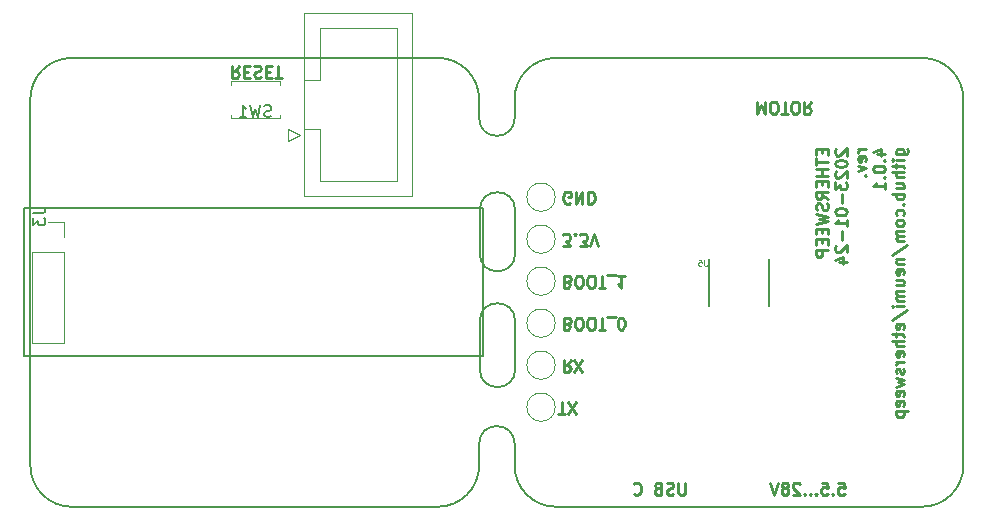
<source format=gbr>
%TF.GenerationSoftware,KiCad,Pcbnew,(6.0.1-0)*%
%TF.CreationDate,2023-01-25T00:15:57+01:00*%
%TF.ProjectId,ethersweep,65746865-7273-4776-9565-702e6b696361,2.0.1*%
%TF.SameCoordinates,Original*%
%TF.FileFunction,Legend,Bot*%
%TF.FilePolarity,Positive*%
%FSLAX46Y46*%
G04 Gerber Fmt 4.6, Leading zero omitted, Abs format (unit mm)*
G04 Created by KiCad (PCBNEW (6.0.1-0)) date 2023-01-25 00:15:57*
%MOMM*%
%LPD*%
G01*
G04 APERTURE LIST*
%TA.AperFunction,Profile*%
%ADD10C,0.150000*%
%TD*%
%ADD11C,0.150000*%
%ADD12C,0.250000*%
%ADD13C,0.125000*%
%ADD14C,0.120000*%
%ADD15C,0.127000*%
G04 APERTURE END LIST*
D10*
X187150000Y-39570000D02*
X187150000Y-43270000D01*
X184150000Y-43270000D02*
X184150000Y-39570000D01*
X184150000Y-53070000D02*
X184150000Y-48970000D01*
X187150000Y-48970000D02*
X187150000Y-53070000D01*
X187150000Y-39570000D02*
G75*
G03*
X184150000Y-39570000I-1500000J0D01*
G01*
X184150000Y-43270000D02*
G75*
G03*
X187150000Y-43270000I1500000J0D01*
G01*
X184150000Y-53070000D02*
G75*
G03*
X187150000Y-53070000I1500000J0D01*
G01*
X187150000Y-48970000D02*
G75*
G03*
X184150000Y-48970000I-1500000J0D01*
G01*
X184100000Y-31800000D02*
G75*
G03*
X187100000Y-31800000I1500000J0D01*
G01*
X187100000Y-59370000D02*
G75*
G03*
X184100000Y-59370000I-1500000J0D01*
G01*
D11*
X184400000Y-39400000D02*
X145600000Y-39400000D01*
X145600000Y-39400000D02*
X145600000Y-51900000D01*
X145600000Y-51900000D02*
X184400000Y-51900000D01*
X184400000Y-51900000D02*
X184400000Y-39400000D01*
D10*
X184100000Y-31800000D02*
X184100000Y-30200000D01*
X184100000Y-60700000D02*
X184100000Y-59400000D01*
X180600000Y-26700000D02*
X149600000Y-26700000D01*
X149600000Y-26700000D02*
G75*
G03*
X146100000Y-30200000I-1J-3499999D01*
G01*
X184100000Y-30200000D02*
G75*
G03*
X180600000Y-26700000I-3499999J1D01*
G01*
X180600000Y-64700000D02*
G75*
G03*
X184100000Y-61200000I1J3499999D01*
G01*
X146100000Y-30200000D02*
X146100000Y-61200000D01*
X149600000Y-64700000D02*
X180600000Y-64700000D01*
X146100000Y-61200000D02*
G75*
G03*
X149600000Y-64700000I3499999J-1D01*
G01*
X184100000Y-61200000D02*
X184100000Y-60700000D01*
X225100000Y-61200000D02*
X225100000Y-30200000D01*
X190600000Y-64700000D02*
X221600000Y-64700000D01*
X187100000Y-61200000D02*
G75*
G03*
X190600000Y-64700000I3499999J-1D01*
G01*
X221600000Y-64700000D02*
G75*
G03*
X225100000Y-61200000I1J3499999D01*
G01*
X190600000Y-26700000D02*
G75*
G03*
X187100000Y-30200000I-1J-3499999D01*
G01*
X190600000Y-26700000D02*
X221600000Y-26700000D01*
X187100000Y-30200000D02*
X187100000Y-30700000D01*
X187100000Y-61200000D02*
X187100000Y-59400000D01*
X187100000Y-31800000D02*
X187100000Y-30700000D01*
X225100000Y-30200000D02*
G75*
G03*
X221600000Y-26700000I-3499999J1D01*
G01*
D12*
X163771023Y-27365619D02*
X163437690Y-27841809D01*
X163199595Y-27365619D02*
X163199595Y-28365619D01*
X163580547Y-28365619D01*
X163675785Y-28318000D01*
X163723404Y-28270380D01*
X163771023Y-28175142D01*
X163771023Y-28032285D01*
X163723404Y-27937047D01*
X163675785Y-27889428D01*
X163580547Y-27841809D01*
X163199595Y-27841809D01*
X164199595Y-27889428D02*
X164532928Y-27889428D01*
X164675785Y-27365619D02*
X164199595Y-27365619D01*
X164199595Y-28365619D01*
X164675785Y-28365619D01*
X165056738Y-27413238D02*
X165199595Y-27365619D01*
X165437690Y-27365619D01*
X165532928Y-27413238D01*
X165580547Y-27460857D01*
X165628166Y-27556095D01*
X165628166Y-27651333D01*
X165580547Y-27746571D01*
X165532928Y-27794190D01*
X165437690Y-27841809D01*
X165247214Y-27889428D01*
X165151976Y-27937047D01*
X165104357Y-27984666D01*
X165056738Y-28079904D01*
X165056738Y-28175142D01*
X165104357Y-28270380D01*
X165151976Y-28318000D01*
X165247214Y-28365619D01*
X165485309Y-28365619D01*
X165628166Y-28318000D01*
X166056738Y-27889428D02*
X166390071Y-27889428D01*
X166532928Y-27365619D02*
X166056738Y-27365619D01*
X166056738Y-28365619D01*
X166532928Y-28365619D01*
X166818642Y-28365619D02*
X167390071Y-28365619D01*
X167104357Y-27365619D02*
X167104357Y-28365619D01*
X213101571Y-34441595D02*
X213101571Y-34774928D01*
X213625380Y-34917785D02*
X213625380Y-34441595D01*
X212625380Y-34441595D01*
X212625380Y-34917785D01*
X212625380Y-35203500D02*
X212625380Y-35774928D01*
X213625380Y-35489214D02*
X212625380Y-35489214D01*
X213625380Y-36108261D02*
X212625380Y-36108261D01*
X213101571Y-36108261D02*
X213101571Y-36679690D01*
X213625380Y-36679690D02*
X212625380Y-36679690D01*
X213101571Y-37155880D02*
X213101571Y-37489214D01*
X213625380Y-37632071D02*
X213625380Y-37155880D01*
X212625380Y-37155880D01*
X212625380Y-37632071D01*
X213625380Y-38632071D02*
X213149190Y-38298738D01*
X213625380Y-38060642D02*
X212625380Y-38060642D01*
X212625380Y-38441595D01*
X212673000Y-38536833D01*
X212720619Y-38584452D01*
X212815857Y-38632071D01*
X212958714Y-38632071D01*
X213053952Y-38584452D01*
X213101571Y-38536833D01*
X213149190Y-38441595D01*
X213149190Y-38060642D01*
X213577761Y-39013023D02*
X213625380Y-39155880D01*
X213625380Y-39393976D01*
X213577761Y-39489214D01*
X213530142Y-39536833D01*
X213434904Y-39584452D01*
X213339666Y-39584452D01*
X213244428Y-39536833D01*
X213196809Y-39489214D01*
X213149190Y-39393976D01*
X213101571Y-39203500D01*
X213053952Y-39108261D01*
X213006333Y-39060642D01*
X212911095Y-39013023D01*
X212815857Y-39013023D01*
X212720619Y-39060642D01*
X212673000Y-39108261D01*
X212625380Y-39203500D01*
X212625380Y-39441595D01*
X212673000Y-39584452D01*
X212625380Y-39917785D02*
X213625380Y-40155880D01*
X212911095Y-40346357D01*
X213625380Y-40536833D01*
X212625380Y-40774928D01*
X213101571Y-41155880D02*
X213101571Y-41489214D01*
X213625380Y-41632071D02*
X213625380Y-41155880D01*
X212625380Y-41155880D01*
X212625380Y-41632071D01*
X213101571Y-42060642D02*
X213101571Y-42393976D01*
X213625380Y-42536833D02*
X213625380Y-42060642D01*
X212625380Y-42060642D01*
X212625380Y-42536833D01*
X213625380Y-42965404D02*
X212625380Y-42965404D01*
X212625380Y-43346357D01*
X212673000Y-43441595D01*
X212720619Y-43489214D01*
X212815857Y-43536833D01*
X212958714Y-43536833D01*
X213053952Y-43489214D01*
X213101571Y-43441595D01*
X213149190Y-43346357D01*
X213149190Y-42965404D01*
X214330619Y-34393976D02*
X214283000Y-34441595D01*
X214235380Y-34536833D01*
X214235380Y-34774928D01*
X214283000Y-34870166D01*
X214330619Y-34917785D01*
X214425857Y-34965404D01*
X214521095Y-34965404D01*
X214663952Y-34917785D01*
X215235380Y-34346357D01*
X215235380Y-34965404D01*
X214235380Y-35584452D02*
X214235380Y-35679690D01*
X214283000Y-35774928D01*
X214330619Y-35822547D01*
X214425857Y-35870166D01*
X214616333Y-35917785D01*
X214854428Y-35917785D01*
X215044904Y-35870166D01*
X215140142Y-35822547D01*
X215187761Y-35774928D01*
X215235380Y-35679690D01*
X215235380Y-35584452D01*
X215187761Y-35489214D01*
X215140142Y-35441595D01*
X215044904Y-35393976D01*
X214854428Y-35346357D01*
X214616333Y-35346357D01*
X214425857Y-35393976D01*
X214330619Y-35441595D01*
X214283000Y-35489214D01*
X214235380Y-35584452D01*
X214330619Y-36298738D02*
X214283000Y-36346357D01*
X214235380Y-36441595D01*
X214235380Y-36679690D01*
X214283000Y-36774928D01*
X214330619Y-36822547D01*
X214425857Y-36870166D01*
X214521095Y-36870166D01*
X214663952Y-36822547D01*
X215235380Y-36251119D01*
X215235380Y-36870166D01*
X214235380Y-37203500D02*
X214235380Y-37822547D01*
X214616333Y-37489214D01*
X214616333Y-37632071D01*
X214663952Y-37727309D01*
X214711571Y-37774928D01*
X214806809Y-37822547D01*
X215044904Y-37822547D01*
X215140142Y-37774928D01*
X215187761Y-37727309D01*
X215235380Y-37632071D01*
X215235380Y-37346357D01*
X215187761Y-37251119D01*
X215140142Y-37203500D01*
X214854428Y-38251119D02*
X214854428Y-39013023D01*
X214235380Y-39679690D02*
X214235380Y-39774928D01*
X214283000Y-39870166D01*
X214330619Y-39917785D01*
X214425857Y-39965404D01*
X214616333Y-40013023D01*
X214854428Y-40013023D01*
X215044904Y-39965404D01*
X215140142Y-39917785D01*
X215187761Y-39870166D01*
X215235380Y-39774928D01*
X215235380Y-39679690D01*
X215187761Y-39584452D01*
X215140142Y-39536833D01*
X215044904Y-39489214D01*
X214854428Y-39441595D01*
X214616333Y-39441595D01*
X214425857Y-39489214D01*
X214330619Y-39536833D01*
X214283000Y-39584452D01*
X214235380Y-39679690D01*
X215235380Y-40965404D02*
X215235380Y-40393976D01*
X215235380Y-40679690D02*
X214235380Y-40679690D01*
X214378238Y-40584452D01*
X214473476Y-40489214D01*
X214521095Y-40393976D01*
X214854428Y-41393976D02*
X214854428Y-42155880D01*
X214330619Y-42584452D02*
X214283000Y-42632071D01*
X214235380Y-42727309D01*
X214235380Y-42965404D01*
X214283000Y-43060642D01*
X214330619Y-43108261D01*
X214425857Y-43155880D01*
X214521095Y-43155880D01*
X214663952Y-43108261D01*
X215235380Y-42536833D01*
X215235380Y-43155880D01*
X214568714Y-44013023D02*
X215235380Y-44013023D01*
X214187761Y-43774928D02*
X214902047Y-43536833D01*
X214902047Y-44155880D01*
X216845380Y-34441595D02*
X216178714Y-34441595D01*
X216369190Y-34441595D02*
X216273952Y-34489214D01*
X216226333Y-34536833D01*
X216178714Y-34632071D01*
X216178714Y-34727309D01*
X216797761Y-35441595D02*
X216845380Y-35346357D01*
X216845380Y-35155880D01*
X216797761Y-35060642D01*
X216702523Y-35013023D01*
X216321571Y-35013023D01*
X216226333Y-35060642D01*
X216178714Y-35155880D01*
X216178714Y-35346357D01*
X216226333Y-35441595D01*
X216321571Y-35489214D01*
X216416809Y-35489214D01*
X216512047Y-35013023D01*
X216178714Y-35822547D02*
X216845380Y-36060642D01*
X216178714Y-36298738D01*
X216750142Y-36679690D02*
X216797761Y-36727309D01*
X216845380Y-36679690D01*
X216797761Y-36632071D01*
X216750142Y-36679690D01*
X216845380Y-36679690D01*
X217788714Y-34870166D02*
X218455380Y-34870166D01*
X217407761Y-34632071D02*
X218122047Y-34393976D01*
X218122047Y-35013023D01*
X218360142Y-35393976D02*
X218407761Y-35441595D01*
X218455380Y-35393976D01*
X218407761Y-35346357D01*
X218360142Y-35393976D01*
X218455380Y-35393976D01*
X217455380Y-36060642D02*
X217455380Y-36155880D01*
X217503000Y-36251119D01*
X217550619Y-36298738D01*
X217645857Y-36346357D01*
X217836333Y-36393976D01*
X218074428Y-36393976D01*
X218264904Y-36346357D01*
X218360142Y-36298738D01*
X218407761Y-36251119D01*
X218455380Y-36155880D01*
X218455380Y-36060642D01*
X218407761Y-35965404D01*
X218360142Y-35917785D01*
X218264904Y-35870166D01*
X218074428Y-35822547D01*
X217836333Y-35822547D01*
X217645857Y-35870166D01*
X217550619Y-35917785D01*
X217503000Y-35965404D01*
X217455380Y-36060642D01*
X218360142Y-36822547D02*
X218407761Y-36870166D01*
X218455380Y-36822547D01*
X218407761Y-36774928D01*
X218360142Y-36822547D01*
X218455380Y-36822547D01*
X218455380Y-37822547D02*
X218455380Y-37251119D01*
X218455380Y-37536833D02*
X217455380Y-37536833D01*
X217598238Y-37441595D01*
X217693476Y-37346357D01*
X217741095Y-37251119D01*
X219398714Y-34870166D02*
X220208238Y-34870166D01*
X220303476Y-34822547D01*
X220351095Y-34774928D01*
X220398714Y-34679690D01*
X220398714Y-34536833D01*
X220351095Y-34441595D01*
X220017761Y-34870166D02*
X220065380Y-34774928D01*
X220065380Y-34584452D01*
X220017761Y-34489214D01*
X219970142Y-34441595D01*
X219874904Y-34393976D01*
X219589190Y-34393976D01*
X219493952Y-34441595D01*
X219446333Y-34489214D01*
X219398714Y-34584452D01*
X219398714Y-34774928D01*
X219446333Y-34870166D01*
X220065380Y-35346357D02*
X219398714Y-35346357D01*
X219065380Y-35346357D02*
X219113000Y-35298738D01*
X219160619Y-35346357D01*
X219113000Y-35393976D01*
X219065380Y-35346357D01*
X219160619Y-35346357D01*
X219398714Y-35679690D02*
X219398714Y-36060642D01*
X219065380Y-35822547D02*
X219922523Y-35822547D01*
X220017761Y-35870166D01*
X220065380Y-35965404D01*
X220065380Y-36060642D01*
X220065380Y-36393976D02*
X219065380Y-36393976D01*
X220065380Y-36822547D02*
X219541571Y-36822547D01*
X219446333Y-36774928D01*
X219398714Y-36679690D01*
X219398714Y-36536833D01*
X219446333Y-36441595D01*
X219493952Y-36393976D01*
X219398714Y-37727309D02*
X220065380Y-37727309D01*
X219398714Y-37298738D02*
X219922523Y-37298738D01*
X220017761Y-37346357D01*
X220065380Y-37441595D01*
X220065380Y-37584452D01*
X220017761Y-37679690D01*
X219970142Y-37727309D01*
X220065380Y-38203500D02*
X219065380Y-38203500D01*
X219446333Y-38203500D02*
X219398714Y-38298738D01*
X219398714Y-38489214D01*
X219446333Y-38584452D01*
X219493952Y-38632071D01*
X219589190Y-38679690D01*
X219874904Y-38679690D01*
X219970142Y-38632071D01*
X220017761Y-38584452D01*
X220065380Y-38489214D01*
X220065380Y-38298738D01*
X220017761Y-38203500D01*
X219970142Y-39108261D02*
X220017761Y-39155880D01*
X220065380Y-39108261D01*
X220017761Y-39060642D01*
X219970142Y-39108261D01*
X220065380Y-39108261D01*
X220017761Y-40013023D02*
X220065380Y-39917785D01*
X220065380Y-39727309D01*
X220017761Y-39632071D01*
X219970142Y-39584452D01*
X219874904Y-39536833D01*
X219589190Y-39536833D01*
X219493952Y-39584452D01*
X219446333Y-39632071D01*
X219398714Y-39727309D01*
X219398714Y-39917785D01*
X219446333Y-40013023D01*
X220065380Y-40584452D02*
X220017761Y-40489214D01*
X219970142Y-40441595D01*
X219874904Y-40393976D01*
X219589190Y-40393976D01*
X219493952Y-40441595D01*
X219446333Y-40489214D01*
X219398714Y-40584452D01*
X219398714Y-40727309D01*
X219446333Y-40822547D01*
X219493952Y-40870166D01*
X219589190Y-40917785D01*
X219874904Y-40917785D01*
X219970142Y-40870166D01*
X220017761Y-40822547D01*
X220065380Y-40727309D01*
X220065380Y-40584452D01*
X220065380Y-41346357D02*
X219398714Y-41346357D01*
X219493952Y-41346357D02*
X219446333Y-41393976D01*
X219398714Y-41489214D01*
X219398714Y-41632071D01*
X219446333Y-41727309D01*
X219541571Y-41774928D01*
X220065380Y-41774928D01*
X219541571Y-41774928D02*
X219446333Y-41822547D01*
X219398714Y-41917785D01*
X219398714Y-42060642D01*
X219446333Y-42155880D01*
X219541571Y-42203500D01*
X220065380Y-42203500D01*
X219017761Y-43393976D02*
X220303476Y-42536833D01*
X219398714Y-43727309D02*
X220065380Y-43727309D01*
X219493952Y-43727309D02*
X219446333Y-43774928D01*
X219398714Y-43870166D01*
X219398714Y-44013023D01*
X219446333Y-44108261D01*
X219541571Y-44155880D01*
X220065380Y-44155880D01*
X220017761Y-45013023D02*
X220065380Y-44917785D01*
X220065380Y-44727309D01*
X220017761Y-44632071D01*
X219922523Y-44584452D01*
X219541571Y-44584452D01*
X219446333Y-44632071D01*
X219398714Y-44727309D01*
X219398714Y-44917785D01*
X219446333Y-45013023D01*
X219541571Y-45060642D01*
X219636809Y-45060642D01*
X219732047Y-44584452D01*
X219398714Y-45917785D02*
X220065380Y-45917785D01*
X219398714Y-45489214D02*
X219922523Y-45489214D01*
X220017761Y-45536833D01*
X220065380Y-45632071D01*
X220065380Y-45774928D01*
X220017761Y-45870166D01*
X219970142Y-45917785D01*
X220065380Y-46393976D02*
X219398714Y-46393976D01*
X219493952Y-46393976D02*
X219446333Y-46441595D01*
X219398714Y-46536833D01*
X219398714Y-46679690D01*
X219446333Y-46774928D01*
X219541571Y-46822547D01*
X220065380Y-46822547D01*
X219541571Y-46822547D02*
X219446333Y-46870166D01*
X219398714Y-46965404D01*
X219398714Y-47108261D01*
X219446333Y-47203499D01*
X219541571Y-47251119D01*
X220065380Y-47251119D01*
X220065380Y-47727309D02*
X219398714Y-47727309D01*
X219065380Y-47727309D02*
X219113000Y-47679690D01*
X219160619Y-47727309D01*
X219113000Y-47774928D01*
X219065380Y-47727309D01*
X219160619Y-47727309D01*
X219017761Y-48917785D02*
X220303476Y-48060642D01*
X220017761Y-49632071D02*
X220065380Y-49536833D01*
X220065380Y-49346357D01*
X220017761Y-49251119D01*
X219922523Y-49203499D01*
X219541571Y-49203499D01*
X219446333Y-49251119D01*
X219398714Y-49346357D01*
X219398714Y-49536833D01*
X219446333Y-49632071D01*
X219541571Y-49679690D01*
X219636809Y-49679690D01*
X219732047Y-49203499D01*
X219398714Y-49965404D02*
X219398714Y-50346357D01*
X219065380Y-50108261D02*
X219922523Y-50108261D01*
X220017761Y-50155880D01*
X220065380Y-50251119D01*
X220065380Y-50346357D01*
X220065380Y-50679690D02*
X219065380Y-50679690D01*
X220065380Y-51108261D02*
X219541571Y-51108261D01*
X219446333Y-51060642D01*
X219398714Y-50965404D01*
X219398714Y-50822547D01*
X219446333Y-50727309D01*
X219493952Y-50679690D01*
X220017761Y-51965404D02*
X220065380Y-51870166D01*
X220065380Y-51679690D01*
X220017761Y-51584452D01*
X219922523Y-51536833D01*
X219541571Y-51536833D01*
X219446333Y-51584452D01*
X219398714Y-51679690D01*
X219398714Y-51870166D01*
X219446333Y-51965404D01*
X219541571Y-52013023D01*
X219636809Y-52013023D01*
X219732047Y-51536833D01*
X220065380Y-52441595D02*
X219398714Y-52441595D01*
X219589190Y-52441595D02*
X219493952Y-52489214D01*
X219446333Y-52536833D01*
X219398714Y-52632071D01*
X219398714Y-52727309D01*
X220017761Y-53013023D02*
X220065380Y-53108261D01*
X220065380Y-53298738D01*
X220017761Y-53393976D01*
X219922523Y-53441595D01*
X219874904Y-53441595D01*
X219779666Y-53393976D01*
X219732047Y-53298738D01*
X219732047Y-53155880D01*
X219684428Y-53060642D01*
X219589190Y-53013023D01*
X219541571Y-53013023D01*
X219446333Y-53060642D01*
X219398714Y-53155880D01*
X219398714Y-53298738D01*
X219446333Y-53393976D01*
X219398714Y-53774928D02*
X220065380Y-53965404D01*
X219589190Y-54155880D01*
X220065380Y-54346357D01*
X219398714Y-54536833D01*
X220017761Y-55298738D02*
X220065380Y-55203499D01*
X220065380Y-55013023D01*
X220017761Y-54917785D01*
X219922523Y-54870166D01*
X219541571Y-54870166D01*
X219446333Y-54917785D01*
X219398714Y-55013023D01*
X219398714Y-55203499D01*
X219446333Y-55298738D01*
X219541571Y-55346357D01*
X219636809Y-55346357D01*
X219732047Y-54870166D01*
X220017761Y-56155880D02*
X220065380Y-56060642D01*
X220065380Y-55870166D01*
X220017761Y-55774928D01*
X219922523Y-55727309D01*
X219541571Y-55727309D01*
X219446333Y-55774928D01*
X219398714Y-55870166D01*
X219398714Y-56060642D01*
X219446333Y-56155880D01*
X219541571Y-56203499D01*
X219636809Y-56203499D01*
X219732047Y-55727309D01*
X219398714Y-56632071D02*
X220398714Y-56632071D01*
X219446333Y-56632071D02*
X219398714Y-56727309D01*
X219398714Y-56917785D01*
X219446333Y-57013023D01*
X219493952Y-57060642D01*
X219589190Y-57108261D01*
X219874904Y-57108261D01*
X219970142Y-57060642D01*
X220017761Y-57013023D01*
X220065380Y-56917785D01*
X220065380Y-56727309D01*
X220017761Y-56632071D01*
X191171357Y-42589619D02*
X191790404Y-42589619D01*
X191457071Y-42208666D01*
X191599928Y-42208666D01*
X191695166Y-42161047D01*
X191742785Y-42113428D01*
X191790404Y-42018190D01*
X191790404Y-41780095D01*
X191742785Y-41684857D01*
X191695166Y-41637238D01*
X191599928Y-41589619D01*
X191314214Y-41589619D01*
X191218976Y-41637238D01*
X191171357Y-41684857D01*
X192218976Y-41684857D02*
X192266595Y-41637238D01*
X192218976Y-41589619D01*
X192171357Y-41637238D01*
X192218976Y-41684857D01*
X192218976Y-41589619D01*
X192599928Y-42589619D02*
X193218976Y-42589619D01*
X192885642Y-42208666D01*
X193028500Y-42208666D01*
X193123738Y-42161047D01*
X193171357Y-42113428D01*
X193218976Y-42018190D01*
X193218976Y-41780095D01*
X193171357Y-41684857D01*
X193123738Y-41637238D01*
X193028500Y-41589619D01*
X192742785Y-41589619D01*
X192647547Y-41637238D01*
X192599928Y-41684857D01*
X193504690Y-42589619D02*
X193838023Y-41589619D01*
X194171357Y-42589619D01*
X191599928Y-49225428D02*
X191742785Y-49177809D01*
X191790404Y-49130190D01*
X191838023Y-49034952D01*
X191838023Y-48892095D01*
X191790404Y-48796857D01*
X191742785Y-48749238D01*
X191647547Y-48701619D01*
X191266595Y-48701619D01*
X191266595Y-49701619D01*
X191599928Y-49701619D01*
X191695166Y-49654000D01*
X191742785Y-49606380D01*
X191790404Y-49511142D01*
X191790404Y-49415904D01*
X191742785Y-49320666D01*
X191695166Y-49273047D01*
X191599928Y-49225428D01*
X191266595Y-49225428D01*
X192457071Y-49701619D02*
X192647547Y-49701619D01*
X192742785Y-49654000D01*
X192838023Y-49558761D01*
X192885642Y-49368285D01*
X192885642Y-49034952D01*
X192838023Y-48844476D01*
X192742785Y-48749238D01*
X192647547Y-48701619D01*
X192457071Y-48701619D01*
X192361833Y-48749238D01*
X192266595Y-48844476D01*
X192218976Y-49034952D01*
X192218976Y-49368285D01*
X192266595Y-49558761D01*
X192361833Y-49654000D01*
X192457071Y-49701619D01*
X193504690Y-49701619D02*
X193695166Y-49701619D01*
X193790404Y-49654000D01*
X193885642Y-49558761D01*
X193933261Y-49368285D01*
X193933261Y-49034952D01*
X193885642Y-48844476D01*
X193790404Y-48749238D01*
X193695166Y-48701619D01*
X193504690Y-48701619D01*
X193409452Y-48749238D01*
X193314214Y-48844476D01*
X193266595Y-49034952D01*
X193266595Y-49368285D01*
X193314214Y-49558761D01*
X193409452Y-49654000D01*
X193504690Y-49701619D01*
X194218976Y-49701619D02*
X194790404Y-49701619D01*
X194504690Y-48701619D02*
X194504690Y-49701619D01*
X194885642Y-48606380D02*
X195647547Y-48606380D01*
X196076119Y-49701619D02*
X196171357Y-49701619D01*
X196266595Y-49654000D01*
X196314214Y-49606380D01*
X196361833Y-49511142D01*
X196409452Y-49320666D01*
X196409452Y-49082571D01*
X196361833Y-48892095D01*
X196314214Y-48796857D01*
X196266595Y-48749238D01*
X196171357Y-48701619D01*
X196076119Y-48701619D01*
X195980880Y-48749238D01*
X195933261Y-48796857D01*
X195885642Y-48892095D01*
X195838023Y-49082571D01*
X195838023Y-49320666D01*
X195885642Y-49511142D01*
X195933261Y-49606380D01*
X195980880Y-49654000D01*
X196076119Y-49701619D01*
X201539804Y-62677980D02*
X201539804Y-63487504D01*
X201492185Y-63582742D01*
X201444566Y-63630361D01*
X201349328Y-63677980D01*
X201158852Y-63677980D01*
X201063614Y-63630361D01*
X201015995Y-63582742D01*
X200968376Y-63487504D01*
X200968376Y-62677980D01*
X200539804Y-63630361D02*
X200396947Y-63677980D01*
X200158852Y-63677980D01*
X200063614Y-63630361D01*
X200015995Y-63582742D01*
X199968376Y-63487504D01*
X199968376Y-63392266D01*
X200015995Y-63297028D01*
X200063614Y-63249409D01*
X200158852Y-63201790D01*
X200349328Y-63154171D01*
X200444566Y-63106552D01*
X200492185Y-63058933D01*
X200539804Y-62963695D01*
X200539804Y-62868457D01*
X200492185Y-62773219D01*
X200444566Y-62725600D01*
X200349328Y-62677980D01*
X200111233Y-62677980D01*
X199968376Y-62725600D01*
X199206471Y-63154171D02*
X199063614Y-63201790D01*
X199015995Y-63249409D01*
X198968376Y-63344647D01*
X198968376Y-63487504D01*
X199015995Y-63582742D01*
X199063614Y-63630361D01*
X199158852Y-63677980D01*
X199539804Y-63677980D01*
X199539804Y-62677980D01*
X199206471Y-62677980D01*
X199111233Y-62725600D01*
X199063614Y-62773219D01*
X199015995Y-62868457D01*
X199015995Y-62963695D01*
X199063614Y-63058933D01*
X199111233Y-63106552D01*
X199206471Y-63154171D01*
X199539804Y-63154171D01*
X197206471Y-63582742D02*
X197254090Y-63630361D01*
X197396947Y-63677980D01*
X197492185Y-63677980D01*
X197635042Y-63630361D01*
X197730280Y-63535123D01*
X197777900Y-63439885D01*
X197825519Y-63249409D01*
X197825519Y-63106552D01*
X197777900Y-62916076D01*
X197730280Y-62820838D01*
X197635042Y-62725600D01*
X197492185Y-62677980D01*
X197396947Y-62677980D01*
X197254090Y-62725600D01*
X197206471Y-62773219D01*
X207624195Y-30413619D02*
X207624195Y-31413619D01*
X207957528Y-30699333D01*
X208290861Y-31413619D01*
X208290861Y-30413619D01*
X208957528Y-31413619D02*
X209148004Y-31413619D01*
X209243242Y-31366000D01*
X209338480Y-31270761D01*
X209386100Y-31080285D01*
X209386100Y-30746952D01*
X209338480Y-30556476D01*
X209243242Y-30461238D01*
X209148004Y-30413619D01*
X208957528Y-30413619D01*
X208862290Y-30461238D01*
X208767052Y-30556476D01*
X208719433Y-30746952D01*
X208719433Y-31080285D01*
X208767052Y-31270761D01*
X208862290Y-31366000D01*
X208957528Y-31413619D01*
X209671814Y-31413619D02*
X210243242Y-31413619D01*
X209957528Y-30413619D02*
X209957528Y-31413619D01*
X210767052Y-31413619D02*
X210957528Y-31413619D01*
X211052766Y-31366000D01*
X211148004Y-31270761D01*
X211195623Y-31080285D01*
X211195623Y-30746952D01*
X211148004Y-30556476D01*
X211052766Y-30461238D01*
X210957528Y-30413619D01*
X210767052Y-30413619D01*
X210671814Y-30461238D01*
X210576576Y-30556476D01*
X210528957Y-30746952D01*
X210528957Y-31080285D01*
X210576576Y-31270761D01*
X210671814Y-31366000D01*
X210767052Y-31413619D01*
X212195623Y-30413619D02*
X211862290Y-30889809D01*
X211624195Y-30413619D02*
X211624195Y-31413619D01*
X212005147Y-31413619D01*
X212100385Y-31366000D01*
X212148004Y-31318380D01*
X212195623Y-31223142D01*
X212195623Y-31080285D01*
X212148004Y-30985047D01*
X212100385Y-30937428D01*
X212005147Y-30889809D01*
X211624195Y-30889809D01*
X190799738Y-56813619D02*
X191371166Y-56813619D01*
X191085452Y-55813619D02*
X191085452Y-56813619D01*
X191609261Y-56813619D02*
X192275928Y-55813619D01*
X192275928Y-56813619D02*
X191609261Y-55813619D01*
X191790404Y-38986000D02*
X191695166Y-39033619D01*
X191552309Y-39033619D01*
X191409452Y-38986000D01*
X191314214Y-38890761D01*
X191266595Y-38795523D01*
X191218976Y-38605047D01*
X191218976Y-38462190D01*
X191266595Y-38271714D01*
X191314214Y-38176476D01*
X191409452Y-38081238D01*
X191552309Y-38033619D01*
X191647547Y-38033619D01*
X191790404Y-38081238D01*
X191838023Y-38128857D01*
X191838023Y-38462190D01*
X191647547Y-38462190D01*
X192266595Y-38033619D02*
X192266595Y-39033619D01*
X192838023Y-38033619D01*
X192838023Y-39033619D01*
X193314214Y-38033619D02*
X193314214Y-39033619D01*
X193552309Y-39033619D01*
X193695166Y-38986000D01*
X193790404Y-38890761D01*
X193838023Y-38795523D01*
X193885642Y-38605047D01*
X193885642Y-38462190D01*
X193838023Y-38271714D01*
X193790404Y-38176476D01*
X193695166Y-38081238D01*
X193552309Y-38033619D01*
X193314214Y-38033619D01*
X191838023Y-52257619D02*
X191504690Y-52733809D01*
X191266595Y-52257619D02*
X191266595Y-53257619D01*
X191647547Y-53257619D01*
X191742785Y-53210000D01*
X191790404Y-53162380D01*
X191838023Y-53067142D01*
X191838023Y-52924285D01*
X191790404Y-52829047D01*
X191742785Y-52781428D01*
X191647547Y-52733809D01*
X191266595Y-52733809D01*
X192171357Y-53257619D02*
X192838023Y-52257619D01*
X192838023Y-53257619D02*
X192171357Y-52257619D01*
X214525614Y-62677980D02*
X215001804Y-62677980D01*
X215049423Y-63154171D01*
X215001804Y-63106552D01*
X214906566Y-63058933D01*
X214668471Y-63058933D01*
X214573233Y-63106552D01*
X214525614Y-63154171D01*
X214477995Y-63249409D01*
X214477995Y-63487504D01*
X214525614Y-63582742D01*
X214573233Y-63630361D01*
X214668471Y-63677980D01*
X214906566Y-63677980D01*
X215001804Y-63630361D01*
X215049423Y-63582742D01*
X214049423Y-63582742D02*
X214001804Y-63630361D01*
X214049423Y-63677980D01*
X214097042Y-63630361D01*
X214049423Y-63582742D01*
X214049423Y-63677980D01*
X213097042Y-62677980D02*
X213573233Y-62677980D01*
X213620852Y-63154171D01*
X213573233Y-63106552D01*
X213477995Y-63058933D01*
X213239900Y-63058933D01*
X213144661Y-63106552D01*
X213097042Y-63154171D01*
X213049423Y-63249409D01*
X213049423Y-63487504D01*
X213097042Y-63582742D01*
X213144661Y-63630361D01*
X213239900Y-63677980D01*
X213477995Y-63677980D01*
X213573233Y-63630361D01*
X213620852Y-63582742D01*
X212620852Y-63582742D02*
X212573233Y-63630361D01*
X212620852Y-63677980D01*
X212668471Y-63630361D01*
X212620852Y-63582742D01*
X212620852Y-63677980D01*
X212144661Y-63582742D02*
X212097042Y-63630361D01*
X212144661Y-63677980D01*
X212192280Y-63630361D01*
X212144661Y-63582742D01*
X212144661Y-63677980D01*
X211668471Y-63582742D02*
X211620852Y-63630361D01*
X211668471Y-63677980D01*
X211716090Y-63630361D01*
X211668471Y-63582742D01*
X211668471Y-63677980D01*
X211239900Y-62773219D02*
X211192280Y-62725600D01*
X211097042Y-62677980D01*
X210858947Y-62677980D01*
X210763709Y-62725600D01*
X210716090Y-62773219D01*
X210668471Y-62868457D01*
X210668471Y-62963695D01*
X210716090Y-63106552D01*
X211287519Y-63677980D01*
X210668471Y-63677980D01*
X210097042Y-63106552D02*
X210192280Y-63058933D01*
X210239900Y-63011314D01*
X210287519Y-62916076D01*
X210287519Y-62868457D01*
X210239900Y-62773219D01*
X210192280Y-62725600D01*
X210097042Y-62677980D01*
X209906566Y-62677980D01*
X209811328Y-62725600D01*
X209763709Y-62773219D01*
X209716090Y-62868457D01*
X209716090Y-62916076D01*
X209763709Y-63011314D01*
X209811328Y-63058933D01*
X209906566Y-63106552D01*
X210097042Y-63106552D01*
X210192280Y-63154171D01*
X210239900Y-63201790D01*
X210287519Y-63297028D01*
X210287519Y-63487504D01*
X210239900Y-63582742D01*
X210192280Y-63630361D01*
X210097042Y-63677980D01*
X209906566Y-63677980D01*
X209811328Y-63630361D01*
X209763709Y-63582742D01*
X209716090Y-63487504D01*
X209716090Y-63297028D01*
X209763709Y-63201790D01*
X209811328Y-63154171D01*
X209906566Y-63106552D01*
X209430376Y-62677980D02*
X209097042Y-63677980D01*
X208763709Y-62677980D01*
X191599928Y-45669428D02*
X191742785Y-45621809D01*
X191790404Y-45574190D01*
X191838023Y-45478952D01*
X191838023Y-45336095D01*
X191790404Y-45240857D01*
X191742785Y-45193238D01*
X191647547Y-45145619D01*
X191266595Y-45145619D01*
X191266595Y-46145619D01*
X191599928Y-46145619D01*
X191695166Y-46098000D01*
X191742785Y-46050380D01*
X191790404Y-45955142D01*
X191790404Y-45859904D01*
X191742785Y-45764666D01*
X191695166Y-45717047D01*
X191599928Y-45669428D01*
X191266595Y-45669428D01*
X192457071Y-46145619D02*
X192647547Y-46145619D01*
X192742785Y-46098000D01*
X192838023Y-46002761D01*
X192885642Y-45812285D01*
X192885642Y-45478952D01*
X192838023Y-45288476D01*
X192742785Y-45193238D01*
X192647547Y-45145619D01*
X192457071Y-45145619D01*
X192361833Y-45193238D01*
X192266595Y-45288476D01*
X192218976Y-45478952D01*
X192218976Y-45812285D01*
X192266595Y-46002761D01*
X192361833Y-46098000D01*
X192457071Y-46145619D01*
X193504690Y-46145619D02*
X193695166Y-46145619D01*
X193790404Y-46098000D01*
X193885642Y-46002761D01*
X193933261Y-45812285D01*
X193933261Y-45478952D01*
X193885642Y-45288476D01*
X193790404Y-45193238D01*
X193695166Y-45145619D01*
X193504690Y-45145619D01*
X193409452Y-45193238D01*
X193314214Y-45288476D01*
X193266595Y-45478952D01*
X193266595Y-45812285D01*
X193314214Y-46002761D01*
X193409452Y-46098000D01*
X193504690Y-46145619D01*
X194218976Y-46145619D02*
X194790404Y-46145619D01*
X194504690Y-45145619D02*
X194504690Y-46145619D01*
X194885642Y-45050380D02*
X195647547Y-45050380D01*
X196409452Y-45145619D02*
X195838023Y-45145619D01*
X196123738Y-45145619D02*
X196123738Y-46145619D01*
X196028500Y-46002761D01*
X195933261Y-45907523D01*
X195838023Y-45859904D01*
D11*
X146352380Y-39866666D02*
X147066666Y-39866666D01*
X147209523Y-39819047D01*
X147304761Y-39723809D01*
X147352380Y-39580952D01*
X147352380Y-39485714D01*
X146352380Y-40247619D02*
X146352380Y-40866666D01*
X146733333Y-40533333D01*
X146733333Y-40676190D01*
X146780952Y-40771428D01*
X146828571Y-40819047D01*
X146923809Y-40866666D01*
X147161904Y-40866666D01*
X147257142Y-40819047D01*
X147304761Y-40771428D01*
X147352380Y-40676190D01*
X147352380Y-40390476D01*
X147304761Y-40295238D01*
X147257142Y-40247619D01*
X166483333Y-31654761D02*
X166340476Y-31702380D01*
X166102380Y-31702380D01*
X166007142Y-31654761D01*
X165959523Y-31607142D01*
X165911904Y-31511904D01*
X165911904Y-31416666D01*
X165959523Y-31321428D01*
X166007142Y-31273809D01*
X166102380Y-31226190D01*
X166292857Y-31178571D01*
X166388095Y-31130952D01*
X166435714Y-31083333D01*
X166483333Y-30988095D01*
X166483333Y-30892857D01*
X166435714Y-30797619D01*
X166388095Y-30750000D01*
X166292857Y-30702380D01*
X166054761Y-30702380D01*
X165911904Y-30750000D01*
X165578571Y-30702380D02*
X165340476Y-31702380D01*
X165150000Y-30988095D01*
X164959523Y-31702380D01*
X164721428Y-30702380D01*
X163816666Y-31702380D02*
X164388095Y-31702380D01*
X164102380Y-31702380D02*
X164102380Y-30702380D01*
X164197619Y-30845238D01*
X164292857Y-30940476D01*
X164388095Y-30988095D01*
D13*
X203438952Y-43800190D02*
X203438952Y-44204952D01*
X203415142Y-44252571D01*
X203391333Y-44276380D01*
X203343714Y-44300190D01*
X203248476Y-44300190D01*
X203200857Y-44276380D01*
X203177047Y-44252571D01*
X203153238Y-44204952D01*
X203153238Y-43800190D01*
X202677047Y-43800190D02*
X202915142Y-43800190D01*
X202938952Y-44038285D01*
X202915142Y-44014476D01*
X202867523Y-43990666D01*
X202748476Y-43990666D01*
X202700857Y-44014476D01*
X202677047Y-44038285D01*
X202653238Y-44085904D01*
X202653238Y-44204952D01*
X202677047Y-44252571D01*
X202700857Y-44276380D01*
X202748476Y-44300190D01*
X202867523Y-44300190D01*
X202915142Y-44276380D01*
X202938952Y-44252571D01*
D14*
X170620000Y-37110000D02*
X177120000Y-37110000D01*
X169310000Y-38410000D02*
X178430000Y-38410000D01*
X170620000Y-32710000D02*
X170620000Y-37110000D01*
X177120000Y-37110000D02*
X177120000Y-24210000D01*
X169310000Y-22910000D02*
X169310000Y-38410000D01*
X168920000Y-33200000D02*
X167920000Y-33700000D01*
X170620000Y-28610000D02*
X170620000Y-28610000D01*
X177120000Y-24210000D02*
X170620000Y-24210000D01*
X178430000Y-38410000D02*
X178430000Y-22910000D01*
X167920000Y-33700000D02*
X167920000Y-32700000D01*
X167920000Y-32700000D02*
X168920000Y-33200000D01*
X178430000Y-22910000D02*
X169310000Y-22910000D01*
X170620000Y-28610000D02*
X169310000Y-28610000D01*
X170620000Y-24210000D02*
X170620000Y-28610000D01*
X169310000Y-32710000D02*
X170620000Y-32710000D01*
X148930000Y-43170000D02*
X146270000Y-43170000D01*
X146270000Y-43170000D02*
X146270000Y-50850000D01*
X148930000Y-43170000D02*
X148930000Y-50850000D01*
X148930000Y-40570000D02*
X147600000Y-40570000D01*
X148930000Y-50850000D02*
X146270000Y-50850000D01*
X148930000Y-41900000D02*
X148930000Y-40570000D01*
X163080000Y-31520000D02*
X163080000Y-31820000D01*
X167220000Y-28680000D02*
X163080000Y-28680000D01*
X163080000Y-28680000D02*
X163080000Y-28980000D01*
X163080000Y-31820000D02*
X167220000Y-31820000D01*
X167220000Y-28980000D02*
X167220000Y-28680000D01*
X167220000Y-31820000D02*
X167220000Y-31520000D01*
D15*
X208600000Y-47700000D02*
X208600000Y-43700000D01*
X203600000Y-43700000D02*
X203600000Y-47700000D01*
D14*
X190542000Y-52710000D02*
G75*
G03*
X190542000Y-52710000I-1200000J0D01*
G01*
X190542000Y-42042000D02*
G75*
G03*
X190542000Y-42042000I-1200000J0D01*
G01*
X190542000Y-56266000D02*
G75*
G03*
X190542000Y-56266000I-1200000J0D01*
G01*
X190542000Y-38486000D02*
G75*
G03*
X190542000Y-38486000I-1200000J0D01*
G01*
X190542000Y-49154000D02*
G75*
G03*
X190542000Y-49154000I-1200000J0D01*
G01*
X190542000Y-45598000D02*
G75*
G03*
X190542000Y-45598000I-1200000J0D01*
G01*
M02*

</source>
